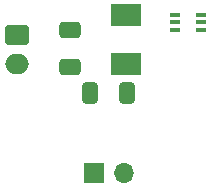
<source format=gbr>
%TF.GenerationSoftware,KiCad,Pcbnew,8.0.5*%
%TF.CreationDate,2025-11-11T23:33:08+01:00*%
%TF.ProjectId,TPS61221DCKx ( fixed output ),54505336-3132-4323-9144-434b78202820,rev?*%
%TF.SameCoordinates,Original*%
%TF.FileFunction,Soldermask,Bot*%
%TF.FilePolarity,Negative*%
%FSLAX46Y46*%
G04 Gerber Fmt 4.6, Leading zero omitted, Abs format (unit mm)*
G04 Created by KiCad (PCBNEW 8.0.5) date 2025-11-11 23:33:08*
%MOMM*%
%LPD*%
G01*
G04 APERTURE LIST*
G04 Aperture macros list*
%AMRoundRect*
0 Rectangle with rounded corners*
0 $1 Rounding radius*
0 $2 $3 $4 $5 $6 $7 $8 $9 X,Y pos of 4 corners*
0 Add a 4 corners polygon primitive as box body*
4,1,4,$2,$3,$4,$5,$6,$7,$8,$9,$2,$3,0*
0 Add four circle primitives for the rounded corners*
1,1,$1+$1,$2,$3*
1,1,$1+$1,$4,$5*
1,1,$1+$1,$6,$7*
1,1,$1+$1,$8,$9*
0 Add four rect primitives between the rounded corners*
20,1,$1+$1,$2,$3,$4,$5,0*
20,1,$1+$1,$4,$5,$6,$7,0*
20,1,$1+$1,$6,$7,$8,$9,0*
20,1,$1+$1,$8,$9,$2,$3,0*%
G04 Aperture macros list end*
%ADD10RoundRect,0.250000X-0.750000X0.600000X-0.750000X-0.600000X0.750000X-0.600000X0.750000X0.600000X0*%
%ADD11O,2.000000X1.700000*%
%ADD12RoundRect,0.100000X0.350000X0.100000X-0.350000X0.100000X-0.350000X-0.100000X0.350000X-0.100000X0*%
%ADD13R,1.700000X1.700000*%
%ADD14O,1.700000X1.700000*%
%ADD15RoundRect,0.250000X0.412500X0.650000X-0.412500X0.650000X-0.412500X-0.650000X0.412500X-0.650000X0*%
%ADD16R,2.500000X1.900000*%
%ADD17RoundRect,0.250000X-0.650000X0.412500X-0.650000X-0.412500X0.650000X-0.412500X0.650000X0.412500X0*%
G04 APERTURE END LIST*
D10*
%TO.C,BT1*%
X140437500Y-100043750D03*
D11*
X140437500Y-102543750D03*
%TD*%
D12*
%TO.C,U1*%
X156037500Y-98350000D03*
X156037500Y-99000000D03*
X156037500Y-99650000D03*
X153837500Y-99650000D03*
X153837500Y-99000000D03*
X153837500Y-98350000D03*
%TD*%
D13*
%TO.C,J1*%
X146937500Y-111793750D03*
D14*
X149477500Y-111793750D03*
%TD*%
D15*
%TO.C,C1*%
X149750000Y-105000000D03*
X146625000Y-105000000D03*
%TD*%
D16*
%TO.C,L1*%
X149687500Y-98400000D03*
X149687500Y-102500000D03*
%TD*%
D17*
%TO.C,C2*%
X144937500Y-99687500D03*
X144937500Y-102812500D03*
%TD*%
M02*

</source>
